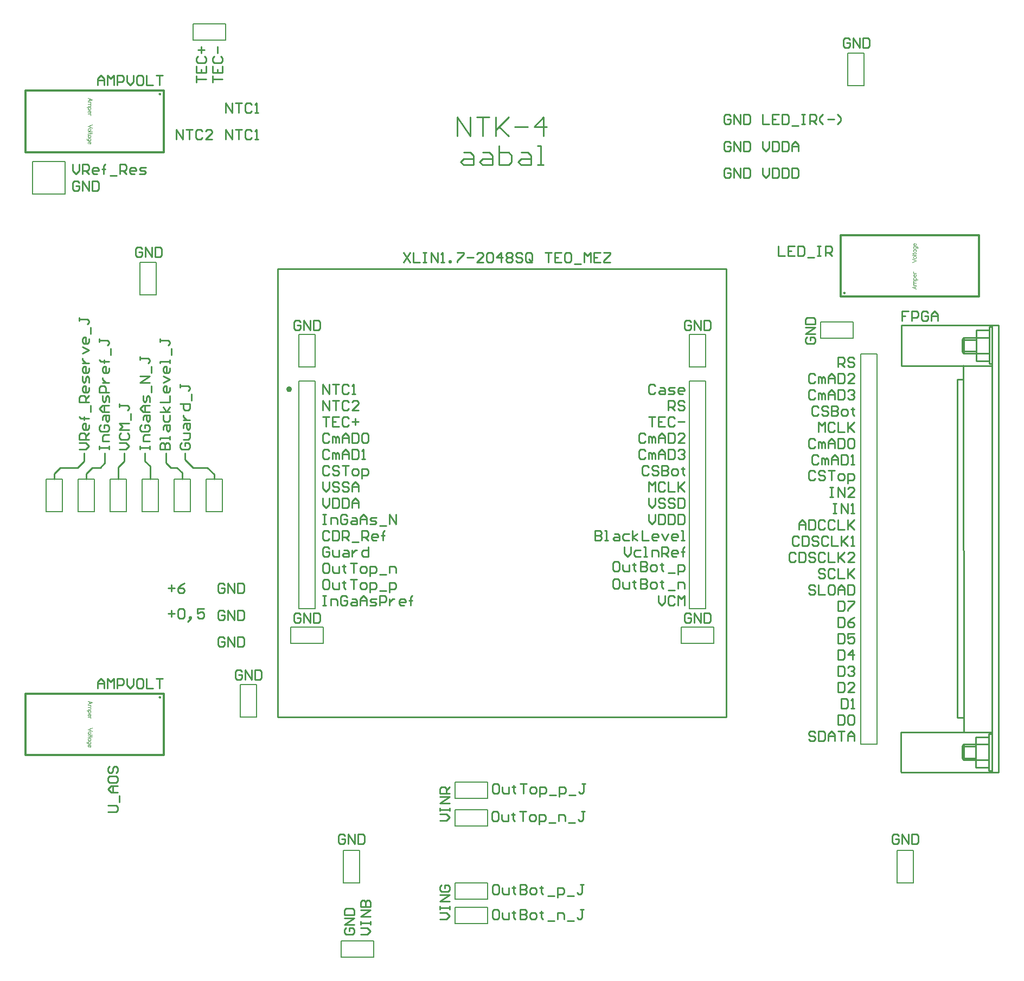
<source format=gto>
G04*
G04 #@! TF.GenerationSoftware,Altium Limited,Altium Designer,18.0.9 (584)*
G04*
G04 Layer_Color=65535*
%FSLAX43Y43*%
%MOMM*%
G71*
G01*
G75*
%ADD10C,0.254*%
%ADD11C,0.500*%
%ADD12C,0.300*%
%ADD13C,0.200*%
%ADD14C,0.250*%
%ADD15C,0.100*%
D10*
X21670Y43108D02*
G03*
X21670Y43108I-92J0D01*
G01*
X21670Y137319D02*
G03*
X21670Y137319I-92J0D01*
G01*
X128513Y106277D02*
G03*
X128513Y106277I-92J0D01*
G01*
X22500Y79750D02*
X23250Y79000D01*
X24250D01*
X25051Y78199D01*
Y77692D02*
Y78199D01*
X19250Y80000D02*
Y81250D01*
Y80000D02*
X20051Y79199D01*
Y77220D02*
Y79199D01*
X16000Y79983D02*
Y81250D01*
X15051Y79033D02*
X16000Y79983D01*
X15051Y77220D02*
Y79033D01*
X8750Y79000D02*
X9750Y80000D01*
X6000Y79000D02*
X8750D01*
X5051Y78051D02*
X6000Y79000D01*
X5051Y77220D02*
Y78051D01*
X12250Y79000D02*
X13000Y79750D01*
X11000Y79000D02*
X12250D01*
X10051Y78051D02*
X11000Y79000D01*
X10051Y77220D02*
Y78051D01*
X29000Y79000D02*
X30051Y77949D01*
X26750Y79000D02*
X29000D01*
X25500Y80250D02*
X26750Y79000D01*
X25500Y80250D02*
Y81250D01*
X22500Y79750D02*
Y81250D01*
X9750Y80000D02*
Y81250D01*
X30051Y77220D02*
Y77949D01*
X25051Y77220D02*
Y77692D01*
X13000Y79750D02*
Y81250D01*
X40000Y40000D02*
Y110000D01*
X110000D01*
Y40000D02*
Y110000D01*
X40000Y40000D02*
X110000D01*
X68002Y130748D02*
Y133747D01*
X70002Y130748D01*
Y133747D01*
X71001D02*
X73001D01*
X72001D01*
Y130748D01*
X74000Y133747D02*
Y130748D01*
Y131748D01*
X76000Y133747D01*
X74500Y132248D01*
X76000Y130748D01*
X76999Y132248D02*
X78999D01*
X81498Y130748D02*
Y133747D01*
X79998Y132248D01*
X81998D01*
X69002Y128248D02*
X70002D01*
X70501Y127748D01*
Y126248D01*
X69002D01*
X68502Y126748D01*
X69002Y127248D01*
X70501D01*
X72001Y128248D02*
X73001D01*
X73500Y127748D01*
Y126248D01*
X72001D01*
X71501Y126748D01*
X72001Y127248D01*
X73500D01*
X74500Y129247D02*
Y126248D01*
X76000D01*
X76500Y126748D01*
Y127248D01*
Y127748D01*
X76000Y128248D01*
X74500D01*
X77999D02*
X78999D01*
X79499Y127748D01*
Y126248D01*
X77999D01*
X77499Y126748D01*
X77999Y127248D01*
X79499D01*
X80498Y126248D02*
X81498D01*
X80998D01*
Y129247D01*
X80498D01*
X65276Y23800D02*
X66292D01*
X66800Y24308D01*
X66292Y24816D01*
X65276D01*
Y25324D02*
Y25831D01*
Y25577D01*
X66800D01*
Y25324D01*
Y25831D01*
Y26593D02*
X65276D01*
X66800Y27609D01*
X65276D01*
X66800Y28117D02*
X65276D01*
Y28878D01*
X65530Y29132D01*
X66038D01*
X66292Y28878D01*
Y28117D01*
Y28624D02*
X66800Y29132D01*
X65276Y8400D02*
X66292D01*
X66800Y8908D01*
X66292Y9416D01*
X65276D01*
Y9924D02*
Y10431D01*
Y10177D01*
X66800D01*
Y9924D01*
Y10431D01*
Y11193D02*
X65276D01*
X66800Y12209D01*
X65276D01*
X65530Y13732D02*
X65276Y13478D01*
Y12971D01*
X65530Y12717D01*
X66546D01*
X66800Y12971D01*
Y13478D01*
X66546Y13732D01*
X66038D01*
Y13224D01*
X31837Y134449D02*
Y135973D01*
X32853Y134449D01*
Y135973D01*
X33361D02*
X34376D01*
X33868D01*
Y134449D01*
X35900Y135719D02*
X35646Y135973D01*
X35138D01*
X34884Y135719D01*
Y134703D01*
X35138Y134449D01*
X35646D01*
X35900Y134703D01*
X36408Y134449D02*
X36915D01*
X36661D01*
Y135973D01*
X36408Y135719D01*
X31837Y130249D02*
Y131773D01*
X32853Y130249D01*
Y131773D01*
X33361D02*
X34376D01*
X33868D01*
Y130249D01*
X35900Y131519D02*
X35646Y131773D01*
X35138D01*
X34884Y131519D01*
Y130503D01*
X35138Y130249D01*
X35646D01*
X35900Y130503D01*
X36408Y130249D02*
X36915D01*
X36661D01*
Y131773D01*
X36408Y131519D01*
X11870Y44521D02*
Y45537D01*
X12378Y46045D01*
X12886Y45537D01*
Y44521D01*
Y45283D01*
X11870D01*
X13394Y44521D02*
Y46045D01*
X13902Y45537D01*
X14410Y46045D01*
Y44521D01*
X14917D02*
Y46045D01*
X15679D01*
X15933Y45791D01*
Y45283D01*
X15679Y45029D01*
X14917D01*
X16441Y46045D02*
Y45029D01*
X16949Y44521D01*
X17457Y45029D01*
Y46045D01*
X18726D02*
X18218D01*
X17964Y45791D01*
Y44775D01*
X18218Y44521D01*
X18726D01*
X18980Y44775D01*
Y45791D01*
X18726Y46045D01*
X19488D02*
Y44521D01*
X20504D01*
X21011Y46045D02*
X22027D01*
X21519D01*
Y44521D01*
X11870Y138730D02*
Y139745D01*
X12378Y140253D01*
X12886Y139745D01*
Y138730D01*
Y139492D01*
X11870D01*
X13394Y138730D02*
Y140253D01*
X13902Y139745D01*
X14410Y140253D01*
Y138730D01*
X14917D02*
Y140253D01*
X15679D01*
X15933Y139999D01*
Y139492D01*
X15679Y139238D01*
X14917D01*
X16441Y140253D02*
Y139238D01*
X16949Y138730D01*
X17457Y139238D01*
Y140253D01*
X18726D02*
X18218D01*
X17964Y139999D01*
Y138984D01*
X18218Y138730D01*
X18726D01*
X18980Y138984D01*
Y139999D01*
X18726Y140253D01*
X19488D02*
Y138730D01*
X20504D01*
X21011Y140253D02*
X22027D01*
X21519D01*
Y138730D01*
X18794Y113124D02*
X18540Y113378D01*
X18032D01*
X17778Y113124D01*
Y112109D01*
X18032Y111855D01*
X18540D01*
X18794Y112109D01*
Y112617D01*
X18286D01*
X19302Y111855D02*
Y113378D01*
X20317Y111855D01*
Y113378D01*
X20825D02*
Y111855D01*
X21587D01*
X21841Y112109D01*
Y113124D01*
X21587Y113378D01*
X20825D01*
X13438Y25200D02*
X14707D01*
X14961Y25454D01*
Y25962D01*
X14707Y26216D01*
X13438D01*
X15215Y26723D02*
Y27739D01*
X14961Y28247D02*
X13946D01*
X13438Y28755D01*
X13946Y29263D01*
X14961D01*
X14200D01*
Y28247D01*
X13438Y30532D02*
Y30024D01*
X13692Y29771D01*
X14707D01*
X14961Y30024D01*
Y30532D01*
X14707Y30786D01*
X13692D01*
X13438Y30532D01*
X13692Y32310D02*
X13438Y32056D01*
Y31548D01*
X13692Y31294D01*
X13946D01*
X14200Y31548D01*
Y32056D01*
X14454Y32310D01*
X14707D01*
X14961Y32056D01*
Y31548D01*
X14707Y31294D01*
X74289Y29564D02*
X73781D01*
X73527Y29310D01*
Y28294D01*
X73781Y28040D01*
X74289D01*
X74543Y28294D01*
Y29310D01*
X74289Y29564D01*
X75051Y29056D02*
Y28294D01*
X75305Y28040D01*
X76066D01*
Y29056D01*
X76828Y29310D02*
Y29056D01*
X76574D01*
X77082D01*
X76828D01*
Y28294D01*
X77082Y28040D01*
X77844Y29564D02*
X78859D01*
X78352D01*
Y28040D01*
X79621D02*
X80129D01*
X80383Y28294D01*
Y28802D01*
X80129Y29056D01*
X79621D01*
X79367Y28802D01*
Y28294D01*
X79621Y28040D01*
X80891Y27532D02*
Y29056D01*
X81653D01*
X81906Y28802D01*
Y28294D01*
X81653Y28040D01*
X80891D01*
X82414Y27786D02*
X83430D01*
X83938Y27532D02*
Y29056D01*
X84700D01*
X84953Y28802D01*
Y28294D01*
X84700Y28040D01*
X83938D01*
X85461Y27786D02*
X86477D01*
X88001Y29564D02*
X87493D01*
X87747D01*
Y28294D01*
X87493Y28040D01*
X87239D01*
X86985Y28294D01*
X74289Y9932D02*
X73781D01*
X73527Y9678D01*
Y8662D01*
X73781Y8408D01*
X74289D01*
X74543Y8662D01*
Y9678D01*
X74289Y9932D01*
X75051Y9424D02*
Y8662D01*
X75305Y8408D01*
X76066D01*
Y9424D01*
X76828Y9678D02*
Y9424D01*
X76574D01*
X77082D01*
X76828D01*
Y8662D01*
X77082Y8408D01*
X77844Y9932D02*
Y8408D01*
X78606D01*
X78859Y8662D01*
Y8916D01*
X78606Y9170D01*
X77844D01*
X78606D01*
X78859Y9424D01*
Y9678D01*
X78606Y9932D01*
X77844D01*
X79621Y8408D02*
X80129D01*
X80383Y8662D01*
Y9170D01*
X80129Y9424D01*
X79621D01*
X79367Y9170D01*
Y8662D01*
X79621Y8408D01*
X81145Y9678D02*
Y9424D01*
X80891D01*
X81399D01*
X81145D01*
Y8662D01*
X81399Y8408D01*
X82160Y8154D02*
X83176D01*
X83684Y8408D02*
Y9424D01*
X84446D01*
X84700Y9170D01*
Y8408D01*
X85207Y8154D02*
X86223D01*
X87747Y9932D02*
X87239D01*
X87493D01*
Y8662D01*
X87239Y8408D01*
X86985D01*
X86731Y8662D01*
X74289Y13816D02*
X73781D01*
X73527Y13562D01*
Y12546D01*
X73781Y12292D01*
X74289D01*
X74543Y12546D01*
Y13562D01*
X74289Y13816D01*
X75051Y13308D02*
Y12546D01*
X75305Y12292D01*
X76066D01*
Y13308D01*
X76828Y13562D02*
Y13308D01*
X76574D01*
X77082D01*
X76828D01*
Y12546D01*
X77082Y12292D01*
X77844Y13816D02*
Y12292D01*
X78606D01*
X78859Y12546D01*
Y12800D01*
X78606Y13054D01*
X77844D01*
X78606D01*
X78859Y13308D01*
Y13562D01*
X78606Y13816D01*
X77844D01*
X79621Y12292D02*
X80129D01*
X80383Y12546D01*
Y13054D01*
X80129Y13308D01*
X79621D01*
X79367Y13054D01*
Y12546D01*
X79621Y12292D01*
X81145Y13562D02*
Y13308D01*
X80891D01*
X81399D01*
X81145D01*
Y12546D01*
X81399Y12292D01*
X82160Y12038D02*
X83176D01*
X83684Y11784D02*
Y13308D01*
X84446D01*
X84700Y13054D01*
Y12546D01*
X84446Y12292D01*
X83684D01*
X85207Y12038D02*
X86223D01*
X87747Y13816D02*
X87239D01*
X87493D01*
Y12546D01*
X87239Y12292D01*
X86985D01*
X86731Y12546D01*
X123863Y37588D02*
X123609Y37842D01*
X123101D01*
X122847Y37588D01*
Y37334D01*
X123101Y37080D01*
X123609D01*
X123863Y36826D01*
Y36573D01*
X123609Y36319D01*
X123101D01*
X122847Y36573D01*
X124371Y37842D02*
Y36319D01*
X125133D01*
X125386Y36573D01*
Y37588D01*
X125133Y37842D01*
X124371D01*
X125894Y36319D02*
Y37334D01*
X126402Y37842D01*
X126910Y37334D01*
Y36319D01*
Y37080D01*
X125894D01*
X127418Y37842D02*
X128433D01*
X127926D01*
Y36319D01*
X128941D02*
Y37334D01*
X129449Y37842D01*
X129957Y37334D01*
Y36319D01*
Y37080D01*
X128941D01*
X127418Y40382D02*
Y38859D01*
X128180D01*
X128433Y39113D01*
Y40128D01*
X128180Y40382D01*
X127418D01*
X128941Y40128D02*
X129195Y40382D01*
X129703D01*
X129957Y40128D01*
Y39113D01*
X129703Y38859D01*
X129195D01*
X128941Y39113D01*
Y40128D01*
X127926Y42922D02*
Y41399D01*
X128687D01*
X128941Y41653D01*
Y42668D01*
X128687Y42922D01*
X127926D01*
X129449Y41399D02*
X129957D01*
X129703D01*
Y42922D01*
X129449Y42668D01*
X127418Y45462D02*
Y43939D01*
X128180D01*
X128433Y44193D01*
Y45208D01*
X128180Y45462D01*
X127418D01*
X129957Y43939D02*
X128941D01*
X129957Y44954D01*
Y45208D01*
X129703Y45462D01*
X129195D01*
X128941Y45208D01*
X127418Y48002D02*
Y46479D01*
X128180D01*
X128433Y46733D01*
Y47748D01*
X128180Y48002D01*
X127418D01*
X128941Y47748D02*
X129195Y48002D01*
X129703D01*
X129957Y47748D01*
Y47494D01*
X129703Y47240D01*
X129449D01*
X129703D01*
X129957Y46986D01*
Y46733D01*
X129703Y46479D01*
X129195D01*
X128941Y46733D01*
X127418Y50542D02*
Y49019D01*
X128180D01*
X128433Y49273D01*
Y50288D01*
X128180Y50542D01*
X127418D01*
X129703Y49019D02*
Y50542D01*
X128941Y49780D01*
X129957D01*
X127418Y53082D02*
Y51559D01*
X128180D01*
X128433Y51813D01*
Y52828D01*
X128180Y53082D01*
X127418D01*
X129957D02*
X128941D01*
Y52320D01*
X129449Y52574D01*
X129703D01*
X129957Y52320D01*
Y51813D01*
X129703Y51559D01*
X129195D01*
X128941Y51813D01*
X127418Y55622D02*
Y54099D01*
X128180D01*
X128433Y54353D01*
Y55368D01*
X128180Y55622D01*
X127418D01*
X129957D02*
X129449Y55368D01*
X128941Y54860D01*
Y54353D01*
X129195Y54099D01*
X129703D01*
X129957Y54353D01*
Y54606D01*
X129703Y54860D01*
X128941D01*
X127418Y58162D02*
Y56639D01*
X128180D01*
X128433Y56893D01*
Y57908D01*
X128180Y58162D01*
X127418D01*
X128941D02*
X129957D01*
Y57908D01*
X128941Y56893D01*
Y56639D01*
X123863Y60448D02*
X123609Y60702D01*
X123101D01*
X122847Y60448D01*
Y60194D01*
X123101Y59940D01*
X123609D01*
X123863Y59686D01*
Y59433D01*
X123609Y59179D01*
X123101D01*
X122847Y59433D01*
X124371Y60702D02*
Y59179D01*
X125386D01*
X126656Y60702D02*
X126148D01*
X125894Y60448D01*
Y59433D01*
X126148Y59179D01*
X126656D01*
X126910Y59433D01*
Y60448D01*
X126656Y60702D01*
X127418Y59179D02*
Y60194D01*
X127926Y60702D01*
X128433Y60194D01*
Y59179D01*
Y59940D01*
X127418D01*
X128941Y60702D02*
Y59179D01*
X129703D01*
X129957Y59433D01*
Y60448D01*
X129703Y60702D01*
X128941D01*
X125386Y62988D02*
X125133Y63242D01*
X124625D01*
X124371Y62988D01*
Y62734D01*
X124625Y62480D01*
X125133D01*
X125386Y62226D01*
Y61973D01*
X125133Y61719D01*
X124625D01*
X124371Y61973D01*
X126910Y62988D02*
X126656Y63242D01*
X126148D01*
X125894Y62988D01*
Y61973D01*
X126148Y61719D01*
X126656D01*
X126910Y61973D01*
X127418Y63242D02*
Y61719D01*
X128433D01*
X128941Y63242D02*
Y61719D01*
Y62226D01*
X129957Y63242D01*
X129195Y62480D01*
X129957Y61719D01*
X120816Y65528D02*
X120562Y65782D01*
X120054D01*
X119800Y65528D01*
Y64513D01*
X120054Y64259D01*
X120562D01*
X120816Y64513D01*
X121324Y65782D02*
Y64259D01*
X122086D01*
X122339Y64513D01*
Y65528D01*
X122086Y65782D01*
X121324D01*
X123863Y65528D02*
X123609Y65782D01*
X123101D01*
X122847Y65528D01*
Y65274D01*
X123101Y65020D01*
X123609D01*
X123863Y64766D01*
Y64513D01*
X123609Y64259D01*
X123101D01*
X122847Y64513D01*
X125386Y65528D02*
X125133Y65782D01*
X124625D01*
X124371Y65528D01*
Y64513D01*
X124625Y64259D01*
X125133D01*
X125386Y64513D01*
X125894Y65782D02*
Y64259D01*
X126910D01*
X127418Y65782D02*
Y64259D01*
Y64766D01*
X128433Y65782D01*
X127672Y65020D01*
X128433Y64259D01*
X129957D02*
X128941D01*
X129957Y65274D01*
Y65528D01*
X129703Y65782D01*
X129195D01*
X128941Y65528D01*
X121324Y68068D02*
X121070Y68322D01*
X120562D01*
X120308Y68068D01*
Y67053D01*
X120562Y66799D01*
X121070D01*
X121324Y67053D01*
X121832Y68322D02*
Y66799D01*
X122593D01*
X122847Y67053D01*
Y68068D01*
X122593Y68322D01*
X121832D01*
X124371Y68068D02*
X124117Y68322D01*
X123609D01*
X123355Y68068D01*
Y67814D01*
X123609Y67560D01*
X124117D01*
X124371Y67306D01*
Y67053D01*
X124117Y66799D01*
X123609D01*
X123355Y67053D01*
X125894Y68068D02*
X125640Y68322D01*
X125133D01*
X124879Y68068D01*
Y67053D01*
X125133Y66799D01*
X125640D01*
X125894Y67053D01*
X126402Y68322D02*
Y66799D01*
X127418D01*
X127926Y68322D02*
Y66799D01*
Y67306D01*
X128941Y68322D01*
X128180Y67560D01*
X128941Y66799D01*
X129449D02*
X129957D01*
X129703D01*
Y68322D01*
X129449Y68068D01*
X121324Y69339D02*
Y70354D01*
X121832Y70862D01*
X122339Y70354D01*
Y69339D01*
Y70100D01*
X121324D01*
X122847Y70862D02*
Y69339D01*
X123609D01*
X123863Y69593D01*
Y70608D01*
X123609Y70862D01*
X122847D01*
X125386Y70608D02*
X125133Y70862D01*
X124625D01*
X124371Y70608D01*
Y69593D01*
X124625Y69339D01*
X125133D01*
X125386Y69593D01*
X126910Y70608D02*
X126656Y70862D01*
X126148D01*
X125894Y70608D01*
Y69593D01*
X126148Y69339D01*
X126656D01*
X126910Y69593D01*
X127418Y70862D02*
Y69339D01*
X128433D01*
X128941Y70862D02*
Y69339D01*
Y69846D01*
X129957Y70862D01*
X129195Y70100D01*
X129957Y69339D01*
X126148Y75942D02*
X126656D01*
X126402D01*
Y74419D01*
X126148D01*
X126656D01*
X127418D02*
Y75942D01*
X128433Y74419D01*
Y75942D01*
X129957Y74419D02*
X128941D01*
X129957Y75434D01*
Y75688D01*
X129703Y75942D01*
X129195D01*
X128941Y75688D01*
X126656Y73402D02*
X127164D01*
X126910D01*
Y71879D01*
X126656D01*
X127164D01*
X127926D02*
Y73402D01*
X128941Y71879D01*
Y73402D01*
X129449Y71879D02*
X129957D01*
X129703D01*
Y73402D01*
X129449Y73148D01*
X123863Y78282D02*
X123609Y78536D01*
X123101D01*
X122847Y78282D01*
Y77266D01*
X123101Y77013D01*
X123609D01*
X123863Y77266D01*
X125386Y78282D02*
X125133Y78536D01*
X124625D01*
X124371Y78282D01*
Y78028D01*
X124625Y77774D01*
X125133D01*
X125386Y77520D01*
Y77266D01*
X125133Y77013D01*
X124625D01*
X124371Y77266D01*
X125894Y78536D02*
X126910D01*
X126402D01*
Y77013D01*
X127672D02*
X128180D01*
X128433Y77266D01*
Y77774D01*
X128180Y78028D01*
X127672D01*
X127418Y77774D01*
Y77266D01*
X127672Y77013D01*
X128941Y76505D02*
Y78028D01*
X129703D01*
X129957Y77774D01*
Y77266D01*
X129703Y77013D01*
X128941D01*
X124371Y80768D02*
X124117Y81022D01*
X123609D01*
X123355Y80768D01*
Y79753D01*
X123609Y79499D01*
X124117D01*
X124371Y79753D01*
X124879Y79499D02*
Y80514D01*
X125133D01*
X125386Y80260D01*
Y79499D01*
Y80260D01*
X125640Y80514D01*
X125894Y80260D01*
Y79499D01*
X126402D02*
Y80514D01*
X126910Y81022D01*
X127418Y80514D01*
Y79499D01*
Y80260D01*
X126402D01*
X127926Y81022D02*
Y79499D01*
X128687D01*
X128941Y79753D01*
Y80768D01*
X128687Y81022D01*
X127926D01*
X129449Y79499D02*
X129957D01*
X129703D01*
Y81022D01*
X129449Y80768D01*
X123863Y83308D02*
X123609Y83562D01*
X123101D01*
X122847Y83308D01*
Y82293D01*
X123101Y82039D01*
X123609D01*
X123863Y82293D01*
X124371Y82039D02*
Y83054D01*
X124625D01*
X124879Y82800D01*
Y82039D01*
Y82800D01*
X125133Y83054D01*
X125386Y82800D01*
Y82039D01*
X125894D02*
Y83054D01*
X126402Y83562D01*
X126910Y83054D01*
Y82039D01*
Y82800D01*
X125894D01*
X127418Y83562D02*
Y82039D01*
X128180D01*
X128433Y82293D01*
Y83308D01*
X128180Y83562D01*
X127418D01*
X128941Y83308D02*
X129195Y83562D01*
X129703D01*
X129957Y83308D01*
Y82293D01*
X129703Y82039D01*
X129195D01*
X128941Y82293D01*
Y83308D01*
X124371Y84579D02*
Y86102D01*
X124879Y85594D01*
X125386Y86102D01*
Y84579D01*
X126910Y85848D02*
X126656Y86102D01*
X126148D01*
X125894Y85848D01*
Y84833D01*
X126148Y84579D01*
X126656D01*
X126910Y84833D01*
X127418Y86102D02*
Y84579D01*
X128433D01*
X128941Y86102D02*
Y84579D01*
Y85086D01*
X129957Y86102D01*
X129195Y85340D01*
X129957Y84579D01*
X124371Y88388D02*
X124117Y88642D01*
X123609D01*
X123355Y88388D01*
Y87373D01*
X123609Y87119D01*
X124117D01*
X124371Y87373D01*
X125894Y88388D02*
X125640Y88642D01*
X125133D01*
X124879Y88388D01*
Y88134D01*
X125133Y87880D01*
X125640D01*
X125894Y87626D01*
Y87373D01*
X125640Y87119D01*
X125133D01*
X124879Y87373D01*
X126402Y88642D02*
Y87119D01*
X127164D01*
X127418Y87373D01*
Y87626D01*
X127164Y87880D01*
X126402D01*
X127164D01*
X127418Y88134D01*
Y88388D01*
X127164Y88642D01*
X126402D01*
X128180Y87119D02*
X128687D01*
X128941Y87373D01*
Y87880D01*
X128687Y88134D01*
X128180D01*
X127926Y87880D01*
Y87373D01*
X128180Y87119D01*
X129703Y88388D02*
Y88134D01*
X129449D01*
X129957D01*
X129703D01*
Y87373D01*
X129957Y87119D01*
X123863Y90928D02*
X123609Y91182D01*
X123101D01*
X122847Y90928D01*
Y89913D01*
X123101Y89659D01*
X123609D01*
X123863Y89913D01*
X124371Y89659D02*
Y90674D01*
X124625D01*
X124879Y90420D01*
Y89659D01*
Y90420D01*
X125133Y90674D01*
X125386Y90420D01*
Y89659D01*
X125894D02*
Y90674D01*
X126402Y91182D01*
X126910Y90674D01*
Y89659D01*
Y90420D01*
X125894D01*
X127418Y91182D02*
Y89659D01*
X128180D01*
X128433Y89913D01*
Y90928D01*
X128180Y91182D01*
X127418D01*
X128941Y90928D02*
X129195Y91182D01*
X129703D01*
X129957Y90928D01*
Y90674D01*
X129703Y90420D01*
X129449D01*
X129703D01*
X129957Y90166D01*
Y89913D01*
X129703Y89659D01*
X129195D01*
X128941Y89913D01*
X123863Y93468D02*
X123609Y93722D01*
X123101D01*
X122847Y93468D01*
Y92453D01*
X123101Y92199D01*
X123609D01*
X123863Y92453D01*
X124371Y92199D02*
Y93214D01*
X124625D01*
X124879Y92960D01*
Y92199D01*
Y92960D01*
X125133Y93214D01*
X125386Y92960D01*
Y92199D01*
X125894D02*
Y93214D01*
X126402Y93722D01*
X126910Y93214D01*
Y92199D01*
Y92960D01*
X125894D01*
X127418Y93722D02*
Y92199D01*
X128180D01*
X128433Y92453D01*
Y93468D01*
X128180Y93722D01*
X127418D01*
X129957Y92199D02*
X128941D01*
X129957Y93214D01*
Y93468D01*
X129703Y93722D01*
X129195D01*
X128941Y93468D01*
X127418Y94739D02*
Y96262D01*
X128180D01*
X128433Y96008D01*
Y95500D01*
X128180Y95246D01*
X127418D01*
X127926D02*
X128433Y94739D01*
X129957Y96008D02*
X129703Y96262D01*
X129195D01*
X128941Y96008D01*
Y95754D01*
X129195Y95500D01*
X129703D01*
X129957Y95246D01*
Y94993D01*
X129703Y94739D01*
X129195D01*
X128941Y94993D01*
X138433Y103424D02*
X137418D01*
Y102662D01*
X137926D01*
X137418D01*
Y101900D01*
X138941D02*
Y103424D01*
X139703D01*
X139957Y103170D01*
Y102662D01*
X139703Y102408D01*
X138941D01*
X141480Y103170D02*
X141227Y103424D01*
X140719D01*
X140465Y103170D01*
Y102154D01*
X140719Y101900D01*
X141227D01*
X141480Y102154D01*
Y102662D01*
X140973D01*
X141988Y101900D02*
Y102916D01*
X142496Y103424D01*
X143004Y102916D01*
Y101900D01*
Y102662D01*
X141988D01*
X31663Y52258D02*
X31409Y52512D01*
X30901D01*
X30648Y52258D01*
Y51242D01*
X30901Y50988D01*
X31409D01*
X31663Y51242D01*
Y51750D01*
X31155D01*
X32171Y50988D02*
Y52512D01*
X33187Y50988D01*
Y52512D01*
X33695D02*
Y50988D01*
X34456D01*
X34710Y51242D01*
Y52258D01*
X34456Y52512D01*
X33695D01*
X22892Y60185D02*
X23908D01*
X23400Y60693D02*
Y59677D01*
X25431Y60947D02*
X24923Y60693D01*
X24415Y60185D01*
Y59677D01*
X24669Y59423D01*
X25177D01*
X25431Y59677D01*
Y59931D01*
X25177Y60185D01*
X24415D01*
X22892Y56221D02*
X23908D01*
X23400Y56729D02*
Y55714D01*
X24415Y56729D02*
X24669Y56983D01*
X25177D01*
X25431Y56729D01*
Y55714D01*
X25177Y55460D01*
X24669D01*
X24415Y55714D01*
Y56729D01*
X26193Y55206D02*
X26447Y55460D01*
Y55714D01*
X26193D01*
Y55460D01*
X26447D01*
X26193Y55206D01*
X25939Y54952D01*
X28478Y56983D02*
X27462D01*
Y56221D01*
X27970Y56475D01*
X28224D01*
X28478Y56221D01*
Y55714D01*
X28224Y55460D01*
X27716D01*
X27462Y55714D01*
X31663Y60693D02*
X31409Y60947D01*
X30901D01*
X30648Y60693D01*
Y59677D01*
X30901Y59423D01*
X31409D01*
X31663Y59677D01*
Y60185D01*
X31155D01*
X32171Y59423D02*
Y60947D01*
X33187Y59423D01*
Y60947D01*
X33695D02*
Y59423D01*
X34456D01*
X34710Y59677D01*
Y60693D01*
X34456Y60947D01*
X33695D01*
X31663Y56475D02*
X31409Y56729D01*
X30901D01*
X30648Y56475D01*
Y55460D01*
X30901Y55206D01*
X31409D01*
X31663Y55460D01*
Y55968D01*
X31155D01*
X32171Y55206D02*
Y56729D01*
X33187Y55206D01*
Y56729D01*
X33695D02*
Y55206D01*
X34456D01*
X34710Y55460D01*
Y56475D01*
X34456Y56729D01*
X33695D01*
X110663Y125490D02*
X110409Y125744D01*
X109901D01*
X109648Y125490D01*
Y124475D01*
X109901Y124221D01*
X110409D01*
X110663Y124475D01*
Y124982D01*
X110155D01*
X111171Y124221D02*
Y125744D01*
X112187Y124221D01*
Y125744D01*
X112695D02*
Y124221D01*
X113456D01*
X113710Y124475D01*
Y125490D01*
X113456Y125744D01*
X112695D01*
X110663Y129708D02*
X110409Y129962D01*
X109901D01*
X109648Y129708D01*
Y128692D01*
X109901Y128438D01*
X110409D01*
X110663Y128692D01*
Y129200D01*
X110155D01*
X111171Y128438D02*
Y129962D01*
X112187Y128438D01*
Y129962D01*
X112695D02*
Y128438D01*
X113456D01*
X113710Y128692D01*
Y129708D01*
X113456Y129962D01*
X112695D01*
X110663Y133925D02*
X110409Y134179D01*
X109901D01*
X109648Y133925D01*
Y132910D01*
X109901Y132656D01*
X110409D01*
X110663Y132910D01*
Y133417D01*
X110155D01*
X111171Y132656D02*
Y134179D01*
X112187Y132656D01*
Y134179D01*
X112695D02*
Y132656D01*
X113456D01*
X113710Y132910D01*
Y133925D01*
X113456Y134179D01*
X112695D01*
X115642Y125744D02*
Y124729D01*
X116150Y124221D01*
X116658Y124729D01*
Y125744D01*
X117165D02*
Y124221D01*
X117927D01*
X118181Y124475D01*
Y125490D01*
X117927Y125744D01*
X117165D01*
X118689D02*
Y124221D01*
X119451D01*
X119705Y124475D01*
Y125490D01*
X119451Y125744D01*
X118689D01*
X120212D02*
Y124221D01*
X120974D01*
X121228Y124475D01*
Y125490D01*
X120974Y125744D01*
X120212D01*
X115642Y129962D02*
Y128946D01*
X116150Y128438D01*
X116658Y128946D01*
Y129962D01*
X117165D02*
Y128438D01*
X117927D01*
X118181Y128692D01*
Y129708D01*
X117927Y129962D01*
X117165D01*
X118689D02*
Y128438D01*
X119451D01*
X119705Y128692D01*
Y129708D01*
X119451Y129962D01*
X118689D01*
X120212Y128438D02*
Y129454D01*
X120720Y129962D01*
X121228Y129454D01*
Y128438D01*
Y129200D01*
X120212D01*
X115642Y134179D02*
Y132656D01*
X116658D01*
X118181Y134179D02*
X117165D01*
Y132656D01*
X118181D01*
X117165Y133417D02*
X117673D01*
X118689Y134179D02*
Y132656D01*
X119451D01*
X119705Y132910D01*
Y133925D01*
X119451Y134179D01*
X118689D01*
X120212Y132402D02*
X121228D01*
X121736Y134179D02*
X122244D01*
X121990D01*
Y132656D01*
X121736D01*
X122244D01*
X123006D02*
Y134179D01*
X123767D01*
X124021Y133925D01*
Y133417D01*
X123767Y133164D01*
X123006D01*
X123513D02*
X124021Y132656D01*
X125037D02*
X124529Y133164D01*
Y133671D01*
X125037Y134179D01*
X125799Y133417D02*
X126814D01*
X127322Y132656D02*
X127830Y133164D01*
Y133671D01*
X127322Y134179D01*
X8953Y123468D02*
X8699Y123722D01*
X8191D01*
X7937Y123468D01*
Y122453D01*
X8191Y122199D01*
X8699D01*
X8953Y122453D01*
Y122960D01*
X8445D01*
X9460Y122199D02*
Y123722D01*
X10476Y122199D01*
Y123722D01*
X10984D02*
Y122199D01*
X11746D01*
X12000Y122453D01*
Y123468D01*
X11746Y123722D01*
X10984D01*
X7937Y126389D02*
Y125373D01*
X8445Y124866D01*
X8953Y125373D01*
Y126389D01*
X9460Y124866D02*
Y126389D01*
X10222D01*
X10476Y126135D01*
Y125627D01*
X10222Y125373D01*
X9460D01*
X9968D02*
X10476Y124866D01*
X11746D02*
X11238D01*
X10984Y125119D01*
Y125627D01*
X11238Y125881D01*
X11746D01*
X12000Y125627D01*
Y125373D01*
X10984D01*
X12761Y124866D02*
Y126135D01*
Y125627D01*
X12508D01*
X13015D01*
X12761D01*
Y126135D01*
X13015Y126389D01*
X13777Y124612D02*
X14793D01*
X15301Y124866D02*
Y126389D01*
X16062D01*
X16316Y126135D01*
Y125627D01*
X16062Y125373D01*
X15301D01*
X15808D02*
X16316Y124866D01*
X17586D02*
X17078D01*
X16824Y125119D01*
Y125627D01*
X17078Y125881D01*
X17586D01*
X17840Y125627D01*
Y125373D01*
X16824D01*
X18348Y124866D02*
X19109D01*
X19363Y125119D01*
X19109Y125373D01*
X18602D01*
X18348Y125627D01*
X18602Y125881D01*
X19363D01*
X29778Y139187D02*
Y140203D01*
Y139695D01*
X31302D01*
X29778Y141726D02*
Y140711D01*
X31302D01*
Y141726D01*
X30540Y140711D02*
Y141218D01*
X30032Y143250D02*
X29778Y142996D01*
Y142488D01*
X30032Y142234D01*
X31048D01*
X31302Y142488D01*
Y142996D01*
X31048Y143250D01*
X30540Y143758D02*
Y144773D01*
X27238Y139187D02*
Y140203D01*
Y139695D01*
X28762D01*
X27238Y141726D02*
Y140710D01*
X28762D01*
Y141726D01*
X28000Y140710D02*
Y141218D01*
X27492Y143250D02*
X27238Y142996D01*
Y142488D01*
X27492Y142234D01*
X28508D01*
X28762Y142488D01*
Y142996D01*
X28508Y143250D01*
X28000Y143758D02*
Y144773D01*
X27492Y144265D02*
X28508D01*
X50653Y7046D02*
X50399Y6792D01*
Y6284D01*
X50653Y6030D01*
X51668D01*
X51922Y6284D01*
Y6792D01*
X51668Y7046D01*
X51160D01*
Y6538D01*
X51922Y7554D02*
X50399D01*
X51922Y8570D01*
X50399D01*
Y9077D02*
X51922D01*
Y9839D01*
X51668Y10093D01*
X50653D01*
X50399Y9839D01*
Y9077D01*
X52939Y6030D02*
X53954D01*
X54462Y6538D01*
X53954Y7046D01*
X52939D01*
Y7554D02*
Y8062D01*
Y7808D01*
X54462D01*
Y7554D01*
Y8062D01*
Y8824D02*
X52939D01*
X54462Y9839D01*
X52939D01*
Y10347D02*
X54462D01*
Y11109D01*
X54208Y11363D01*
X53954D01*
X53700Y11109D01*
Y10347D01*
Y11109D01*
X53446Y11363D01*
X53193D01*
X52939Y11109D01*
Y10347D01*
X43504Y56020D02*
X43250Y56274D01*
X42743D01*
X42489Y56020D01*
Y55004D01*
X42743Y54750D01*
X43250D01*
X43504Y55004D01*
Y55512D01*
X42996D01*
X44012Y54750D02*
Y56274D01*
X45028Y54750D01*
Y56274D01*
X45536D02*
Y54750D01*
X46297D01*
X46551Y55004D01*
Y56020D01*
X46297Y56274D01*
X45536D01*
X104504Y56020D02*
X104250Y56274D01*
X103743D01*
X103489Y56020D01*
Y55004D01*
X103743Y54750D01*
X104250D01*
X104504Y55004D01*
Y55512D01*
X103996D01*
X105012Y54750D02*
Y56274D01*
X106028Y54750D01*
Y56274D01*
X106536D02*
Y54750D01*
X107297D01*
X107551Y55004D01*
Y56020D01*
X107297Y56274D01*
X106536D01*
X104504Y101770D02*
X104250Y102024D01*
X103743D01*
X103489Y101770D01*
Y100754D01*
X103743Y100500D01*
X104250D01*
X104504Y100754D01*
Y101262D01*
X103996D01*
X105012Y100500D02*
Y102024D01*
X106028Y100500D01*
Y102024D01*
X106536D02*
Y100500D01*
X107297D01*
X107551Y100754D01*
Y101770D01*
X107297Y102024D01*
X106536D01*
X43504Y101770D02*
X43250Y102024D01*
X42743D01*
X42489Y101770D01*
Y100754D01*
X42743Y100500D01*
X43250D01*
X43504Y100754D01*
Y101262D01*
X42996D01*
X44012Y100500D02*
Y102024D01*
X45028Y100500D01*
Y102024D01*
X45536D02*
Y100500D01*
X46297D01*
X46551Y100754D01*
Y101770D01*
X46297Y102024D01*
X45536D01*
X100926Y87923D02*
Y89447D01*
X101688D01*
X101942Y89193D01*
Y88685D01*
X101688Y88431D01*
X100926D01*
X101434D02*
X101942Y87923D01*
X103465Y89193D02*
X103212Y89447D01*
X102704D01*
X102450Y89193D01*
Y88939D01*
X102704Y88685D01*
X103212D01*
X103465Y88431D01*
Y88177D01*
X103212Y87923D01*
X102704D01*
X102450Y88177D01*
X98895Y91733D02*
X98641Y91987D01*
X98133D01*
X97879Y91733D01*
Y90717D01*
X98133Y90463D01*
X98641D01*
X98895Y90717D01*
X99657Y91479D02*
X100165D01*
X100418Y91225D01*
Y90463D01*
X99657D01*
X99403Y90717D01*
X99657Y90971D01*
X100418D01*
X100926Y90463D02*
X101688D01*
X101942Y90717D01*
X101688Y90971D01*
X101180D01*
X100926Y91225D01*
X101180Y91479D01*
X101942D01*
X103212Y90463D02*
X102704D01*
X102450Y90717D01*
Y91225D01*
X102704Y91479D01*
X103212D01*
X103465Y91225D01*
Y90971D01*
X102450D01*
X97879Y86907D02*
X98895D01*
X98387D01*
Y85383D01*
X100418Y86907D02*
X99403D01*
Y85383D01*
X100418D01*
X99403Y86145D02*
X99911D01*
X101942Y86653D02*
X101688Y86907D01*
X101180D01*
X100926Y86653D01*
Y85637D01*
X101180Y85383D01*
X101688D01*
X101942Y85637D01*
X102450Y86145D02*
X103465D01*
X97371Y84113D02*
X97118Y84367D01*
X96610D01*
X96356Y84113D01*
Y83097D01*
X96610Y82843D01*
X97118D01*
X97371Y83097D01*
X97879Y82843D02*
Y83859D01*
X98133D01*
X98387Y83605D01*
Y82843D01*
Y83605D01*
X98641Y83859D01*
X98895Y83605D01*
Y82843D01*
X99403D02*
Y83859D01*
X99911Y84367D01*
X100418Y83859D01*
Y82843D01*
Y83605D01*
X99403D01*
X100926Y84367D02*
Y82843D01*
X101688D01*
X101942Y83097D01*
Y84113D01*
X101688Y84367D01*
X100926D01*
X103465Y82843D02*
X102450D01*
X103465Y83859D01*
Y84113D01*
X103212Y84367D01*
X102704D01*
X102450Y84113D01*
X97371Y81573D02*
X97118Y81827D01*
X96610D01*
X96356Y81573D01*
Y80557D01*
X96610Y80303D01*
X97118D01*
X97371Y80557D01*
X97879Y80303D02*
Y81319D01*
X98133D01*
X98387Y81065D01*
Y80303D01*
Y81065D01*
X98641Y81319D01*
X98895Y81065D01*
Y80303D01*
X99403D02*
Y81319D01*
X99911Y81827D01*
X100418Y81319D01*
Y80303D01*
Y81065D01*
X99403D01*
X100926Y81827D02*
Y80303D01*
X101688D01*
X101942Y80557D01*
Y81573D01*
X101688Y81827D01*
X100926D01*
X102450Y81573D02*
X102704Y81827D01*
X103212D01*
X103465Y81573D01*
Y81319D01*
X103212Y81065D01*
X102958D01*
X103212D01*
X103465Y80811D01*
Y80557D01*
X103212Y80303D01*
X102704D01*
X102450Y80557D01*
X97879Y79033D02*
X97625Y79287D01*
X97118D01*
X96864Y79033D01*
Y78017D01*
X97118Y77763D01*
X97625D01*
X97879Y78017D01*
X99403Y79033D02*
X99149Y79287D01*
X98641D01*
X98387Y79033D01*
Y78779D01*
X98641Y78525D01*
X99149D01*
X99403Y78271D01*
Y78017D01*
X99149Y77763D01*
X98641D01*
X98387Y78017D01*
X99911Y79287D02*
Y77763D01*
X100672D01*
X100926Y78017D01*
Y78271D01*
X100672Y78525D01*
X99911D01*
X100672D01*
X100926Y78779D01*
Y79033D01*
X100672Y79287D01*
X99911D01*
X101688Y77763D02*
X102196D01*
X102450Y78017D01*
Y78525D01*
X102196Y78779D01*
X101688D01*
X101434Y78525D01*
Y78017D01*
X101688Y77763D01*
X103212Y79033D02*
Y78779D01*
X102958D01*
X103465D01*
X103212D01*
Y78017D01*
X103465Y77763D01*
X97879Y75223D02*
Y76747D01*
X98387Y76239D01*
X98895Y76747D01*
Y75223D01*
X100418Y76493D02*
X100165Y76747D01*
X99657D01*
X99403Y76493D01*
Y75477D01*
X99657Y75223D01*
X100165D01*
X100418Y75477D01*
X100926Y76747D02*
Y75223D01*
X101942D01*
X102450Y76747D02*
Y75223D01*
Y75731D01*
X103465Y76747D01*
X102704Y75985D01*
X103465Y75223D01*
X97879Y74207D02*
Y73191D01*
X98387Y72683D01*
X98895Y73191D01*
Y74207D01*
X100418Y73953D02*
X100165Y74207D01*
X99657D01*
X99403Y73953D01*
Y73699D01*
X99657Y73445D01*
X100165D01*
X100418Y73191D01*
Y72937D01*
X100165Y72683D01*
X99657D01*
X99403Y72937D01*
X101942Y73953D02*
X101688Y74207D01*
X101180D01*
X100926Y73953D01*
Y73699D01*
X101180Y73445D01*
X101688D01*
X101942Y73191D01*
Y72937D01*
X101688Y72683D01*
X101180D01*
X100926Y72937D01*
X102450Y74207D02*
Y72683D01*
X103212D01*
X103465Y72937D01*
Y73953D01*
X103212Y74207D01*
X102450D01*
X97879Y71667D02*
Y70651D01*
X98387Y70143D01*
X98895Y70651D01*
Y71667D01*
X99403D02*
Y70143D01*
X100165D01*
X100418Y70397D01*
Y71413D01*
X100165Y71667D01*
X99403D01*
X100926D02*
Y70143D01*
X101688D01*
X101942Y70397D01*
Y71413D01*
X101688Y71667D01*
X100926D01*
X102450D02*
Y70143D01*
X103212D01*
X103465Y70397D01*
Y71413D01*
X103212Y71667D01*
X102450D01*
X89500Y69127D02*
Y67603D01*
X90262D01*
X90516Y67857D01*
Y68111D01*
X90262Y68365D01*
X89500D01*
X90262D01*
X90516Y68619D01*
Y68873D01*
X90262Y69127D01*
X89500D01*
X91023Y67603D02*
X91531D01*
X91277D01*
Y69127D01*
X91023D01*
X92547Y68619D02*
X93055D01*
X93309Y68365D01*
Y67603D01*
X92547D01*
X92293Y67857D01*
X92547Y68111D01*
X93309D01*
X94832Y68619D02*
X94071D01*
X93817Y68365D01*
Y67857D01*
X94071Y67603D01*
X94832D01*
X95340D02*
Y69127D01*
Y68111D02*
X96102Y68619D01*
X95340Y68111D02*
X96102Y67603D01*
X96864Y69127D02*
Y67603D01*
X97879D01*
X99149D02*
X98641D01*
X98387Y67857D01*
Y68365D01*
X98641Y68619D01*
X99149D01*
X99403Y68365D01*
Y68111D01*
X98387D01*
X99911Y68619D02*
X100418Y67603D01*
X100926Y68619D01*
X102196Y67603D02*
X101688D01*
X101434Y67857D01*
Y68365D01*
X101688Y68619D01*
X102196D01*
X102450Y68365D01*
Y68111D01*
X101434D01*
X102958Y67603D02*
X103465D01*
X103212D01*
Y69127D01*
X102958D01*
X94071Y66587D02*
Y65571D01*
X94578Y65063D01*
X95086Y65571D01*
Y66587D01*
X96610Y66079D02*
X95848D01*
X95594Y65825D01*
Y65317D01*
X95848Y65063D01*
X96610D01*
X97118D02*
X97625D01*
X97371D01*
Y66587D01*
X97118D01*
X98387Y65063D02*
Y66079D01*
X99149D01*
X99403Y65825D01*
Y65063D01*
X99911D02*
Y66587D01*
X100672D01*
X100926Y66333D01*
Y65825D01*
X100672Y65571D01*
X99911D01*
X100418D02*
X100926Y65063D01*
X102196D02*
X101688D01*
X101434Y65317D01*
Y65825D01*
X101688Y66079D01*
X102196D01*
X102450Y65825D01*
Y65571D01*
X101434D01*
X103212Y65063D02*
Y66333D01*
Y65825D01*
X102958D01*
X103465D01*
X103212D01*
Y66333D01*
X103465Y66587D01*
X93055Y64280D02*
X92547D01*
X92293Y64026D01*
Y63010D01*
X92547Y62756D01*
X93055D01*
X93309Y63010D01*
Y64026D01*
X93055Y64280D01*
X93817Y63772D02*
Y63010D01*
X94071Y62756D01*
X94832D01*
Y63772D01*
X95594Y64026D02*
Y63772D01*
X95340D01*
X95848D01*
X95594D01*
Y63010D01*
X95848Y62756D01*
X96610Y64280D02*
Y62756D01*
X97371D01*
X97625Y63010D01*
Y63264D01*
X97371Y63518D01*
X96610D01*
X97371D01*
X97625Y63772D01*
Y64026D01*
X97371Y64280D01*
X96610D01*
X98387Y62756D02*
X98895D01*
X99149Y63010D01*
Y63518D01*
X98895Y63772D01*
X98387D01*
X98133Y63518D01*
Y63010D01*
X98387Y62756D01*
X99911Y64026D02*
Y63772D01*
X99657D01*
X100165D01*
X99911D01*
Y63010D01*
X100165Y62756D01*
X100926Y62502D02*
X101942D01*
X102450Y62248D02*
Y63772D01*
X103212D01*
X103465Y63518D01*
Y63010D01*
X103212Y62756D01*
X102450D01*
X93055Y61636D02*
X92547D01*
X92293Y61382D01*
Y60366D01*
X92547Y60112D01*
X93055D01*
X93309Y60366D01*
Y61382D01*
X93055Y61636D01*
X93817Y61128D02*
Y60366D01*
X94071Y60112D01*
X94832D01*
Y61128D01*
X95594Y61382D02*
Y61128D01*
X95340D01*
X95848D01*
X95594D01*
Y60366D01*
X95848Y60112D01*
X96610Y61636D02*
Y60112D01*
X97371D01*
X97625Y60366D01*
Y60620D01*
X97371Y60874D01*
X96610D01*
X97371D01*
X97625Y61128D01*
Y61382D01*
X97371Y61636D01*
X96610D01*
X98387Y60112D02*
X98895D01*
X99149Y60366D01*
Y60874D01*
X98895Y61128D01*
X98387D01*
X98133Y60874D01*
Y60366D01*
X98387Y60112D01*
X99911Y61382D02*
Y61128D01*
X99657D01*
X100165D01*
X99911D01*
Y60366D01*
X100165Y60112D01*
X100926Y59858D02*
X101942D01*
X102450Y60112D02*
Y61128D01*
X103212D01*
X103465Y60874D01*
Y60112D01*
X99403Y58967D02*
Y57951D01*
X99911Y57443D01*
X100418Y57951D01*
Y58967D01*
X101942Y58713D02*
X101688Y58967D01*
X101180D01*
X100926Y58713D01*
Y57697D01*
X101180Y57443D01*
X101688D01*
X101942Y57697D01*
X102450Y57443D02*
Y58967D01*
X102958Y58459D01*
X103465Y58967D01*
Y57443D01*
X47000Y58967D02*
X47508D01*
X47254D01*
Y57443D01*
X47000D01*
X47508D01*
X48270D02*
Y58459D01*
X49031D01*
X49285Y58205D01*
Y57443D01*
X50809Y58713D02*
X50555Y58967D01*
X50047D01*
X49793Y58713D01*
Y57697D01*
X50047Y57443D01*
X50555D01*
X50809Y57697D01*
Y58205D01*
X50301D01*
X51571Y58459D02*
X52078D01*
X52332Y58205D01*
Y57443D01*
X51571D01*
X51317Y57697D01*
X51571Y57951D01*
X52332D01*
X52840Y57443D02*
Y58459D01*
X53348Y58967D01*
X53856Y58459D01*
Y57443D01*
Y58205D01*
X52840D01*
X54364Y57443D02*
X55125D01*
X55379Y57697D01*
X55125Y57951D01*
X54618D01*
X54364Y58205D01*
X54618Y58459D01*
X55379D01*
X55887Y57443D02*
Y58967D01*
X56649D01*
X56903Y58713D01*
Y58205D01*
X56649Y57951D01*
X55887D01*
X57411Y58459D02*
Y57443D01*
Y57951D01*
X57665Y58205D01*
X57918Y58459D01*
X58172D01*
X59696Y57443D02*
X59188D01*
X58934Y57697D01*
Y58205D01*
X59188Y58459D01*
X59696D01*
X59950Y58205D01*
Y57951D01*
X58934D01*
X60712Y57443D02*
Y58713D01*
Y58205D01*
X60458D01*
X60965D01*
X60712D01*
Y58713D01*
X60965Y58967D01*
X47762Y61515D02*
X47254D01*
X47000Y61261D01*
Y60245D01*
X47254Y59991D01*
X47762D01*
X48016Y60245D01*
Y61261D01*
X47762Y61515D01*
X48523Y61007D02*
Y60245D01*
X48777Y59991D01*
X49539D01*
Y61007D01*
X50301Y61261D02*
Y61007D01*
X50047D01*
X50555D01*
X50301D01*
Y60245D01*
X50555Y59991D01*
X51317Y61515D02*
X52332D01*
X51824D01*
Y59991D01*
X53094D02*
X53602D01*
X53856Y60245D01*
Y60753D01*
X53602Y61007D01*
X53094D01*
X52840Y60753D01*
Y60245D01*
X53094Y59991D01*
X54364Y59483D02*
Y61007D01*
X55125D01*
X55379Y60753D01*
Y60245D01*
X55125Y59991D01*
X54364D01*
X55887Y59737D02*
X56903D01*
X57411Y59483D02*
Y61007D01*
X58172D01*
X58426Y60753D01*
Y60245D01*
X58172Y59991D01*
X57411D01*
X47762Y64080D02*
X47254D01*
X47000Y63826D01*
Y62810D01*
X47254Y62556D01*
X47762D01*
X48016Y62810D01*
Y63826D01*
X47762Y64080D01*
X48523Y63572D02*
Y62810D01*
X48777Y62556D01*
X49539D01*
Y63572D01*
X50301Y63826D02*
Y63572D01*
X50047D01*
X50555D01*
X50301D01*
Y62810D01*
X50555Y62556D01*
X51317Y64080D02*
X52332D01*
X51824D01*
Y62556D01*
X53094D02*
X53602D01*
X53856Y62810D01*
Y63318D01*
X53602Y63572D01*
X53094D01*
X52840Y63318D01*
Y62810D01*
X53094Y62556D01*
X54364Y62048D02*
Y63572D01*
X55125D01*
X55379Y63318D01*
Y62810D01*
X55125Y62556D01*
X54364D01*
X55887Y62302D02*
X56903D01*
X57411Y62556D02*
Y63572D01*
X58172D01*
X58426Y63318D01*
Y62556D01*
X48016Y66333D02*
X47762Y66587D01*
X47254D01*
X47000Y66333D01*
Y65317D01*
X47254Y65063D01*
X47762D01*
X48016Y65317D01*
Y65825D01*
X47508D01*
X48523Y66079D02*
Y65317D01*
X48777Y65063D01*
X49539D01*
Y66079D01*
X50301D02*
X50809D01*
X51063Y65825D01*
Y65063D01*
X50301D01*
X50047Y65317D01*
X50301Y65571D01*
X51063D01*
X51571Y66079D02*
Y65063D01*
Y65571D01*
X51824Y65825D01*
X52078Y66079D01*
X52332D01*
X54110Y66587D02*
Y65063D01*
X53348D01*
X53094Y65317D01*
Y65825D01*
X53348Y66079D01*
X54110D01*
X48016Y68902D02*
X47762Y69156D01*
X47254D01*
X47000Y68902D01*
Y67886D01*
X47254Y67632D01*
X47762D01*
X48016Y67886D01*
X48523Y69156D02*
Y67632D01*
X49285D01*
X49539Y67886D01*
Y68902D01*
X49285Y69156D01*
X48523D01*
X50047Y67632D02*
Y69156D01*
X50809D01*
X51063Y68902D01*
Y68394D01*
X50809Y68140D01*
X50047D01*
X50555D02*
X51063Y67632D01*
X51571Y67378D02*
X52586D01*
X53094Y67632D02*
Y69156D01*
X53856D01*
X54110Y68902D01*
Y68394D01*
X53856Y68140D01*
X53094D01*
X53602D02*
X54110Y67632D01*
X55379D02*
X54871D01*
X54618Y67886D01*
Y68394D01*
X54871Y68648D01*
X55379D01*
X55633Y68394D01*
Y68140D01*
X54618D01*
X56395Y67632D02*
Y68902D01*
Y68394D01*
X56141D01*
X56649D01*
X56395D01*
Y68902D01*
X56649Y69156D01*
X47000Y71694D02*
X47508D01*
X47254D01*
Y70170D01*
X47000D01*
X47508D01*
X48270D02*
Y71186D01*
X49031D01*
X49285Y70932D01*
Y70170D01*
X50809Y71440D02*
X50555Y71694D01*
X50047D01*
X49793Y71440D01*
Y70424D01*
X50047Y70170D01*
X50555D01*
X50809Y70424D01*
Y70932D01*
X50301D01*
X51571Y71186D02*
X52078D01*
X52332Y70932D01*
Y70170D01*
X51571D01*
X51317Y70424D01*
X51571Y70678D01*
X52332D01*
X52840Y70170D02*
Y71186D01*
X53348Y71694D01*
X53856Y71186D01*
Y70170D01*
Y70932D01*
X52840D01*
X54364Y70170D02*
X55125D01*
X55379Y70424D01*
X55125Y70678D01*
X54618D01*
X54364Y70932D01*
X54618Y71186D01*
X55379D01*
X55887Y69916D02*
X56903D01*
X57411Y70170D02*
Y71694D01*
X58426Y70170D01*
Y71694D01*
X47000Y74207D02*
Y73191D01*
X47508Y72683D01*
X48016Y73191D01*
Y74207D01*
X48523D02*
Y72683D01*
X49285D01*
X49539Y72937D01*
Y73953D01*
X49285Y74207D01*
X48523D01*
X50047D02*
Y72683D01*
X50809D01*
X51063Y72937D01*
Y73953D01*
X50809Y74207D01*
X50047D01*
X51571Y72683D02*
Y73699D01*
X52078Y74207D01*
X52586Y73699D01*
Y72683D01*
Y73445D01*
X51571D01*
X47000Y76747D02*
Y75731D01*
X47508Y75223D01*
X48016Y75731D01*
Y76747D01*
X49539Y76493D02*
X49285Y76747D01*
X48777D01*
X48523Y76493D01*
Y76239D01*
X48777Y75985D01*
X49285D01*
X49539Y75731D01*
Y75477D01*
X49285Y75223D01*
X48777D01*
X48523Y75477D01*
X51063Y76493D02*
X50809Y76747D01*
X50301D01*
X50047Y76493D01*
Y76239D01*
X50301Y75985D01*
X50809D01*
X51063Y75731D01*
Y75477D01*
X50809Y75223D01*
X50301D01*
X50047Y75477D01*
X51571Y75223D02*
Y76239D01*
X52078Y76747D01*
X52586Y76239D01*
Y75223D01*
Y75985D01*
X51571D01*
X48016Y79037D02*
X47762Y79291D01*
X47254D01*
X47000Y79037D01*
Y78021D01*
X47254Y77767D01*
X47762D01*
X48016Y78021D01*
X49539Y79037D02*
X49285Y79291D01*
X48777D01*
X48523Y79037D01*
Y78783D01*
X48777Y78529D01*
X49285D01*
X49539Y78275D01*
Y78021D01*
X49285Y77767D01*
X48777D01*
X48523Y78021D01*
X50047Y79291D02*
X51063D01*
X50555D01*
Y77767D01*
X51824D02*
X52332D01*
X52586Y78021D01*
Y78529D01*
X52332Y78783D01*
X51824D01*
X51571Y78529D01*
Y78021D01*
X51824Y77767D01*
X53094Y77259D02*
Y78783D01*
X53856D01*
X54110Y78529D01*
Y78021D01*
X53856Y77767D01*
X53094D01*
X48016Y81573D02*
X47762Y81827D01*
X47254D01*
X47000Y81573D01*
Y80557D01*
X47254Y80303D01*
X47762D01*
X48016Y80557D01*
X48523Y80303D02*
Y81319D01*
X48777D01*
X49031Y81065D01*
Y80303D01*
Y81065D01*
X49285Y81319D01*
X49539Y81065D01*
Y80303D01*
X50047D02*
Y81319D01*
X50555Y81827D01*
X51063Y81319D01*
Y80303D01*
Y81065D01*
X50047D01*
X51571Y81827D02*
Y80303D01*
X52332D01*
X52586Y80557D01*
Y81573D01*
X52332Y81827D01*
X51571D01*
X53094Y80303D02*
X53602D01*
X53348D01*
Y81827D01*
X53094Y81573D01*
X48016Y84113D02*
X47762Y84367D01*
X47254D01*
X47000Y84113D01*
Y83097D01*
X47254Y82843D01*
X47762D01*
X48016Y83097D01*
X48523Y82843D02*
Y83859D01*
X48777D01*
X49031Y83605D01*
Y82843D01*
Y83605D01*
X49285Y83859D01*
X49539Y83605D01*
Y82843D01*
X50047D02*
Y83859D01*
X50555Y84367D01*
X51063Y83859D01*
Y82843D01*
Y83605D01*
X50047D01*
X51571Y84367D02*
Y82843D01*
X52332D01*
X52586Y83097D01*
Y84113D01*
X52332Y84367D01*
X51571D01*
X53094Y84113D02*
X53348Y84367D01*
X53856D01*
X54110Y84113D01*
Y83097D01*
X53856Y82843D01*
X53348D01*
X53094Y83097D01*
Y84113D01*
X47000Y86907D02*
X48016D01*
X47508D01*
Y85383D01*
X49539Y86907D02*
X48523D01*
Y85383D01*
X49539D01*
X48523Y86145D02*
X49031D01*
X51063Y86653D02*
X50809Y86907D01*
X50301D01*
X50047Y86653D01*
Y85637D01*
X50301Y85383D01*
X50809D01*
X51063Y85637D01*
X51571Y86145D02*
X52586D01*
X52078Y86653D02*
Y85637D01*
X47000Y90463D02*
Y91987D01*
X48016Y90463D01*
Y91987D01*
X48523D02*
X49539D01*
X49031D01*
Y90463D01*
X51063Y91733D02*
X50809Y91987D01*
X50301D01*
X50047Y91733D01*
Y90717D01*
X50301Y90463D01*
X50809D01*
X51063Y90717D01*
X51571Y90463D02*
X52078D01*
X51824D01*
Y91987D01*
X51571Y91733D01*
X47000Y87923D02*
Y89447D01*
X48016Y87923D01*
Y89447D01*
X48523D02*
X49539D01*
X49031D01*
Y87923D01*
X51063Y89193D02*
X50809Y89447D01*
X50301D01*
X50047Y89193D01*
Y88177D01*
X50301Y87923D01*
X50809D01*
X51063Y88177D01*
X52586Y87923D02*
X51571D01*
X52586Y88939D01*
Y89193D01*
X52332Y89447D01*
X51824D01*
X51571Y89193D01*
X24137Y130249D02*
Y131773D01*
X25153Y130249D01*
Y131773D01*
X25661D02*
X26676D01*
X26168D01*
Y130249D01*
X28200Y131519D02*
X27946Y131773D01*
X27438D01*
X27184Y131519D01*
Y130503D01*
X27438Y130249D01*
X27946D01*
X28200Y130503D01*
X29723Y130249D02*
X28708D01*
X29723Y131265D01*
Y131519D01*
X29469Y131773D01*
X28961D01*
X28708Y131519D01*
X24999Y82857D02*
X24745Y82603D01*
Y82095D01*
X24999Y81841D01*
X26015D01*
X26269Y82095D01*
Y82603D01*
X26015Y82857D01*
X25507D01*
Y82349D01*
X25253Y83365D02*
X26015D01*
X26269Y83619D01*
Y84380D01*
X25253D01*
Y85142D02*
Y85650D01*
X25507Y85904D01*
X26269D01*
Y85142D01*
X26015Y84888D01*
X25761Y85142D01*
Y85904D01*
X25253Y86412D02*
X26269D01*
X25761D01*
X25507Y86666D01*
X25253Y86920D01*
Y87173D01*
X24745Y88951D02*
X26269D01*
Y88189D01*
X26015Y87935D01*
X25507D01*
X25253Y88189D01*
Y88951D01*
X26523Y89459D02*
Y90474D01*
X24745Y91998D02*
Y91490D01*
Y91744D01*
X26015D01*
X26269Y91490D01*
Y91236D01*
X26015Y90982D01*
X15283Y81841D02*
X16299D01*
X16807Y82349D01*
X16299Y82857D01*
X15283D01*
X15537Y84380D02*
X15283Y84126D01*
Y83619D01*
X15537Y83365D01*
X16553D01*
X16807Y83619D01*
Y84126D01*
X16553Y84380D01*
X16807Y84888D02*
X15283D01*
X15791Y85396D01*
X15283Y85904D01*
X16807D01*
X17061Y86412D02*
Y87427D01*
X15283Y88951D02*
Y88443D01*
Y88697D01*
X16553D01*
X16807Y88443D01*
Y88189D01*
X16553Y87935D01*
X21591Y81841D02*
X23115D01*
Y82603D01*
X22861Y82857D01*
X22607D01*
X22353Y82603D01*
Y81841D01*
Y82603D01*
X22099Y82857D01*
X21845D01*
X21591Y82603D01*
Y81841D01*
X23115Y83365D02*
Y83873D01*
Y83619D01*
X21591D01*
Y83365D01*
X22099Y84888D02*
Y85396D01*
X22353Y85650D01*
X23115D01*
Y84888D01*
X22861Y84634D01*
X22607Y84888D01*
Y85650D01*
X22099Y87173D02*
Y86412D01*
X22353Y86158D01*
X22861D01*
X23115Y86412D01*
Y87173D01*
Y87681D02*
X21591D01*
X22607D02*
X22099Y88443D01*
X22607Y87681D02*
X23115Y88443D01*
X21591Y89205D02*
X23115D01*
Y90220D01*
Y91490D02*
Y90982D01*
X22861Y90728D01*
X22353D01*
X22099Y90982D01*
Y91490D01*
X22353Y91744D01*
X22607D01*
Y90728D01*
X22099Y92252D02*
X23115Y92760D01*
X22099Y93267D01*
X23115Y94537D02*
Y94029D01*
X22861Y93775D01*
X22353D01*
X22099Y94029D01*
Y94537D01*
X22353Y94791D01*
X22607D01*
Y93775D01*
X23115Y95299D02*
Y95807D01*
Y95553D01*
X21591D01*
Y95299D01*
X23369Y96568D02*
Y97584D01*
X21591Y99108D02*
Y98600D01*
Y98854D01*
X22861D01*
X23115Y98600D01*
Y98346D01*
X22861Y98092D01*
X12129Y81841D02*
Y82349D01*
Y82095D01*
X13653D01*
Y81841D01*
Y82349D01*
Y83111D02*
X12637D01*
Y83873D01*
X12891Y84126D01*
X13653D01*
X12383Y85650D02*
X12129Y85396D01*
Y84888D01*
X12383Y84634D01*
X13399D01*
X13653Y84888D01*
Y85396D01*
X13399Y85650D01*
X12891D01*
Y85142D01*
X12637Y86412D02*
Y86920D01*
X12891Y87173D01*
X13653D01*
Y86412D01*
X13399Y86158D01*
X13145Y86412D01*
Y87173D01*
X13653Y87681D02*
X12637D01*
X12129Y88189D01*
X12637Y88697D01*
X13653D01*
X12891D01*
Y87681D01*
X13653Y89205D02*
Y89967D01*
X13399Y90220D01*
X13145Y89967D01*
Y89459D01*
X12891Y89205D01*
X12637Y89459D01*
Y90220D01*
X13653Y90728D02*
X12129D01*
Y91490D01*
X12383Y91744D01*
X12891D01*
X13145Y91490D01*
Y90728D01*
X12637Y92252D02*
X13653D01*
X13145D01*
X12891Y92506D01*
X12637Y92760D01*
Y93014D01*
X13653Y94537D02*
Y94029D01*
X13399Y93775D01*
X12891D01*
X12637Y94029D01*
Y94537D01*
X12891Y94791D01*
X13145D01*
Y93775D01*
X13653Y95553D02*
X12383D01*
X12891D01*
Y95299D01*
Y95807D01*
Y95553D01*
X12383D01*
X12129Y95807D01*
X13907Y96568D02*
Y97584D01*
X12129Y99108D02*
Y98600D01*
Y98854D01*
X13399D01*
X13653Y98600D01*
Y98346D01*
X13399Y98092D01*
X18437Y81841D02*
Y82349D01*
Y82095D01*
X19961D01*
Y81841D01*
Y82349D01*
Y83111D02*
X18945D01*
Y83873D01*
X19199Y84126D01*
X19961D01*
X18691Y85650D02*
X18437Y85396D01*
Y84888D01*
X18691Y84634D01*
X19707D01*
X19961Y84888D01*
Y85396D01*
X19707Y85650D01*
X19199D01*
Y85142D01*
X18945Y86412D02*
Y86920D01*
X19199Y87173D01*
X19961D01*
Y86412D01*
X19707Y86158D01*
X19453Y86412D01*
Y87173D01*
X19961Y87681D02*
X18945D01*
X18437Y88189D01*
X18945Y88697D01*
X19961D01*
X19199D01*
Y87681D01*
X19961Y89205D02*
Y89967D01*
X19707Y90220D01*
X19453Y89967D01*
Y89459D01*
X19199Y89205D01*
X18945Y89459D01*
Y90220D01*
X20215Y90728D02*
Y91744D01*
X19961Y92252D02*
X18437D01*
X19961Y93267D01*
X18437D01*
X20215Y93775D02*
Y94791D01*
X18437Y96315D02*
Y95807D01*
Y96061D01*
X19707D01*
X19961Y95807D01*
Y95553D01*
X19707Y95299D01*
X8975Y81841D02*
X9991D01*
X10499Y82349D01*
X9991Y82857D01*
X8975D01*
X10499Y83365D02*
X8975D01*
Y84126D01*
X9229Y84380D01*
X9737D01*
X9991Y84126D01*
Y83365D01*
Y83873D02*
X10499Y84380D01*
Y85650D02*
Y85142D01*
X10245Y84888D01*
X9737D01*
X9483Y85142D01*
Y85650D01*
X9737Y85904D01*
X9991D01*
Y84888D01*
X10499Y86666D02*
X9229D01*
X9737D01*
Y86412D01*
Y86920D01*
Y86666D01*
X9229D01*
X8975Y86920D01*
X10753Y87681D02*
Y88697D01*
X10499Y89205D02*
X8975D01*
Y89967D01*
X9229Y90220D01*
X9737D01*
X9991Y89967D01*
Y89205D01*
Y89713D02*
X10499Y90220D01*
Y91490D02*
Y90982D01*
X10245Y90728D01*
X9737D01*
X9483Y90982D01*
Y91490D01*
X9737Y91744D01*
X9991D01*
Y90728D01*
X10499Y92252D02*
Y93014D01*
X10245Y93267D01*
X9991Y93014D01*
Y92506D01*
X9737Y92252D01*
X9483Y92506D01*
Y93267D01*
X10499Y94537D02*
Y94029D01*
X10245Y93775D01*
X9737D01*
X9483Y94029D01*
Y94537D01*
X9737Y94791D01*
X9991D01*
Y93775D01*
X9483Y95299D02*
X10499D01*
X9991D01*
X9737Y95553D01*
X9483Y95807D01*
Y96061D01*
Y96822D02*
X10499Y97330D01*
X9483Y97838D01*
X10499Y99108D02*
Y98600D01*
X10245Y98346D01*
X9737D01*
X9483Y98600D01*
Y99108D01*
X9737Y99362D01*
X9991D01*
Y98346D01*
X10753Y99869D02*
Y100885D01*
X8975Y102409D02*
Y101901D01*
Y102155D01*
X10245D01*
X10499Y101901D01*
Y101647D01*
X10245Y101393D01*
X129259Y145814D02*
X129005Y146068D01*
X128498D01*
X128244Y145814D01*
Y144799D01*
X128498Y144545D01*
X129005D01*
X129259Y144799D01*
Y145306D01*
X128751D01*
X129767Y144545D02*
Y146068D01*
X130783Y144545D01*
Y146068D01*
X131291D02*
Y144545D01*
X132052D01*
X132306Y144799D01*
Y145814D01*
X132052Y146068D01*
X131291D01*
X136892Y21475D02*
X136638Y21729D01*
X136130D01*
X135876Y21475D01*
Y20460D01*
X136130Y20206D01*
X136638D01*
X136892Y20460D01*
Y20967D01*
X136384D01*
X137400Y20206D02*
Y21729D01*
X138415Y20206D01*
Y21729D01*
X138923D02*
Y20206D01*
X139685D01*
X139939Y20460D01*
Y21475D01*
X139685Y21729D01*
X138923D01*
X50500Y21461D02*
X50246Y21715D01*
X49738D01*
X49484Y21461D01*
Y20446D01*
X49738Y20192D01*
X50246D01*
X50500Y20446D01*
Y20953D01*
X49992D01*
X51008Y20192D02*
Y21715D01*
X52024Y20192D01*
Y21715D01*
X52531D02*
Y20192D01*
X53293D01*
X53547Y20446D01*
Y21461D01*
X53293Y21715D01*
X52531D01*
X122643Y99398D02*
X122389Y99144D01*
Y98636D01*
X122643Y98383D01*
X123658D01*
X123912Y98636D01*
Y99144D01*
X123658Y99398D01*
X123150D01*
Y98890D01*
X123912Y99906D02*
X122389D01*
X123912Y100922D01*
X122389D01*
Y101430D02*
X123912D01*
Y102191D01*
X123658Y102445D01*
X122643D01*
X122389Y102191D01*
Y101430D01*
X34409Y47114D02*
X34155Y47368D01*
X33647D01*
X33393Y47114D01*
Y46098D01*
X33647Y45844D01*
X34155D01*
X34409Y46098D01*
Y46606D01*
X33901D01*
X34917Y45844D02*
Y47368D01*
X35933Y45844D01*
Y47368D01*
X36440D02*
Y45844D01*
X37202D01*
X37456Y46098D01*
Y47114D01*
X37202Y47368D01*
X36440D01*
X118124Y113624D02*
Y112100D01*
X119140D01*
X120664Y113624D02*
X119648D01*
Y112100D01*
X120664D01*
X119648Y112862D02*
X120156D01*
X121171Y113624D02*
Y112100D01*
X121933D01*
X122187Y112354D01*
Y113370D01*
X121933Y113624D01*
X121171D01*
X122695Y111846D02*
X123711D01*
X124218Y113624D02*
X124726D01*
X124472D01*
Y112100D01*
X124218D01*
X124726D01*
X125488D02*
Y113624D01*
X126250D01*
X126504Y113370D01*
Y112862D01*
X126250Y112608D01*
X125488D01*
X125996D02*
X126504Y112100D01*
X59617Y112614D02*
X60632Y111090D01*
Y112614D02*
X59617Y111090D01*
X61140Y112614D02*
Y111090D01*
X62156D01*
X62664Y112614D02*
X63171D01*
X62918D01*
Y111090D01*
X62664D01*
X63171D01*
X63933D02*
Y112614D01*
X64949Y111090D01*
Y112614D01*
X65457Y111090D02*
X65965D01*
X65711D01*
Y112614D01*
X65457Y112360D01*
X66726Y111090D02*
Y111344D01*
X66980D01*
Y111090D01*
X66726D01*
X67996Y112614D02*
X69012D01*
Y112360D01*
X67996Y111344D01*
Y111090D01*
X69519Y111852D02*
X70535D01*
X72059Y111090D02*
X71043D01*
X72059Y112106D01*
Y112360D01*
X71805Y112614D01*
X71297D01*
X71043Y112360D01*
X72566D02*
X72820Y112614D01*
X73328D01*
X73582Y112360D01*
Y111344D01*
X73328Y111090D01*
X72820D01*
X72566Y111344D01*
Y112360D01*
X74852Y111090D02*
Y112614D01*
X74090Y111852D01*
X75106D01*
X75613Y112360D02*
X75867Y112614D01*
X76375D01*
X76629Y112360D01*
Y112106D01*
X76375Y111852D01*
X76629Y111598D01*
Y111344D01*
X76375Y111090D01*
X75867D01*
X75613Y111344D01*
Y111598D01*
X75867Y111852D01*
X75613Y112106D01*
Y112360D01*
X75867Y111852D02*
X76375D01*
X78153Y112360D02*
X77899Y112614D01*
X77391D01*
X77137Y112360D01*
Y112106D01*
X77391Y111852D01*
X77899D01*
X78153Y111598D01*
Y111344D01*
X77899Y111090D01*
X77391D01*
X77137Y111344D01*
X79676D02*
Y112360D01*
X79422Y112614D01*
X78914D01*
X78660Y112360D01*
Y111344D01*
X78914Y111090D01*
X79422D01*
X79168Y111598D02*
X79676Y111090D01*
X79422D02*
X79676Y111344D01*
X81707Y112614D02*
X82723D01*
X82215D01*
Y111090D01*
X84247Y112614D02*
X83231D01*
Y111090D01*
X84247D01*
X83231Y111852D02*
X83739D01*
X84754Y112360D02*
X85008Y112614D01*
X85516D01*
X85770Y112360D01*
Y111344D01*
X85516Y111090D01*
X85008D01*
X84754Y111344D01*
Y112360D01*
X86278Y110836D02*
X87294D01*
X87801Y111090D02*
Y112614D01*
X88309Y112106D01*
X88817Y112614D01*
Y111090D01*
X90341Y112614D02*
X89325D01*
Y111090D01*
X90341D01*
X89325Y111852D02*
X89833D01*
X90848Y112614D02*
X91864D01*
Y112360D01*
X90848Y111344D01*
Y111090D01*
X91864D01*
X74206Y25278D02*
X73699D01*
X73445Y25024D01*
Y24009D01*
X73699Y23755D01*
X74206D01*
X74460Y24009D01*
Y25024D01*
X74206Y25278D01*
X74968Y24770D02*
Y24009D01*
X75222Y23755D01*
X75984D01*
Y24770D01*
X76746Y25024D02*
Y24770D01*
X76492D01*
X76999D01*
X76746D01*
Y24009D01*
X76999Y23755D01*
X77761Y25278D02*
X78777D01*
X78269D01*
Y23755D01*
X79539D02*
X80046D01*
X80300Y24009D01*
Y24517D01*
X80046Y24770D01*
X79539D01*
X79285Y24517D01*
Y24009D01*
X79539Y23755D01*
X80808Y23247D02*
Y24770D01*
X81570D01*
X81824Y24517D01*
Y24009D01*
X81570Y23755D01*
X80808D01*
X82332Y23501D02*
X83347D01*
X83855Y23755D02*
Y24770D01*
X84617D01*
X84871Y24517D01*
Y23755D01*
X85379Y23501D02*
X86394D01*
X87918Y25278D02*
X87410D01*
X87664D01*
Y24009D01*
X87410Y23755D01*
X87156D01*
X86902Y24009D01*
D11*
X41950Y91225D02*
G03*
X41950Y91225I-200J0D01*
G01*
D12*
X577Y34062D02*
Y43662D01*
X22167Y34062D02*
Y43662D01*
X577Y34062D02*
X22167D01*
X577Y43662D02*
X22167D01*
X577Y128273D02*
Y137873D01*
X22167Y128273D02*
Y137873D01*
X577Y128273D02*
X22167D01*
X577Y137873D02*
X22167D01*
X149423Y105723D02*
Y115323D01*
X127833Y105723D02*
Y115323D01*
X149423D01*
X127833Y105723D02*
X149423D01*
D13*
X21019Y105980D02*
Y111060D01*
X18479D02*
X21019D01*
X18479Y105980D02*
Y111060D01*
Y105980D02*
X21019D01*
X72715Y27273D02*
Y29813D01*
X67635Y27273D02*
X72715D01*
X67635D02*
Y29813D01*
X72715D01*
X72715Y7785D02*
Y10325D01*
X67635Y7785D02*
X72715D01*
X67635D02*
Y10325D01*
X72715D01*
Y11535D02*
Y14075D01*
X67635Y11535D02*
X72715D01*
X67635D02*
Y14075D01*
X72715D01*
X128979Y138680D02*
Y143760D01*
Y138680D02*
X131519D01*
Y143760D01*
X128979D02*
X131519D01*
X124690Y99179D02*
X129770D01*
Y101719D01*
X124690D02*
X129770D01*
X124690Y99179D02*
Y101719D01*
X136679Y14080D02*
Y19160D01*
Y14080D02*
X139219D01*
Y19160D01*
X136679D02*
X139219D01*
X50229Y14080D02*
Y19160D01*
Y14080D02*
X52769D01*
Y19160D01*
X50229D02*
X52769D01*
X34129Y39973D02*
Y45053D01*
Y39973D02*
X36669D01*
Y45053D01*
X34129D02*
X36669D01*
X18781Y72140D02*
X21321D01*
X18781D02*
Y77220D01*
X21321D01*
Y72140D02*
Y77220D01*
X3781Y72140D02*
X6321D01*
X3781D02*
Y77220D01*
X6321D01*
Y72140D02*
Y77220D01*
X23781Y72140D02*
X26321D01*
X23781D02*
Y77220D01*
X26321D01*
Y72140D02*
Y77220D01*
X8781Y72140D02*
X11321D01*
X8781D02*
Y77220D01*
X11321D01*
Y72140D02*
Y77220D01*
X28781Y72140D02*
X31321D01*
X28781D02*
Y77220D01*
X31321D01*
Y72140D02*
Y77220D01*
X13781Y72140D02*
X16321D01*
X13781D02*
Y77220D01*
X16321D01*
Y72140D02*
Y77220D01*
X133520Y35810D02*
Y94865D01*
Y96770D01*
X130980D02*
X133520D01*
X130980Y35810D02*
Y96770D01*
Y35810D02*
X133520D01*
X31810Y145730D02*
Y148270D01*
X26730Y145730D02*
X31810D01*
X26730D02*
Y148270D01*
X31810D01*
X49890Y2530D02*
Y5070D01*
X54970D01*
Y2530D02*
Y5070D01*
X49890Y2530D02*
X54970D01*
X6746Y121690D02*
Y126770D01*
X1666D02*
X6746D01*
X1666Y121690D02*
X6746D01*
X1666D02*
Y126770D01*
X72715Y23025D02*
Y25565D01*
X67635Y23025D02*
X72715D01*
X67635D02*
Y25565D01*
X72715D01*
X104250Y94690D02*
X106790D01*
X104250D02*
Y99770D01*
X106790D01*
Y94690D02*
Y99770D01*
X43250Y94690D02*
X45790D01*
X43250D02*
Y99770D01*
X45790D01*
Y94690D02*
Y99770D01*
X108060Y51500D02*
Y54040D01*
X102980Y51500D02*
X108060D01*
X102980D02*
Y54040D01*
X108060D01*
X47060Y51500D02*
Y54040D01*
X41980Y51500D02*
X47060D01*
X41980D02*
Y54040D01*
X47060D01*
X104250Y58840D02*
Y92495D01*
Y56935D02*
Y58840D01*
Y56935D02*
X106790D01*
Y92495D01*
X104250D02*
X106790D01*
X45790Y56935D02*
Y90590D01*
Y92495D01*
X43250D02*
X45790D01*
X43250Y56935D02*
Y92495D01*
Y56935D02*
X45790D01*
D14*
X137348Y31371D02*
X152476D01*
X137239Y31480D02*
X137348Y31371D01*
X137239Y31480D02*
Y37602D01*
X146818Y97112D02*
X147072Y96858D01*
Y97138D02*
X149002D01*
X146818Y99017D02*
X147072Y99271D01*
Y98966D02*
X149002D01*
X146818Y97112D02*
Y99017D01*
X147072Y96858D02*
Y99271D01*
X146039Y92745D02*
X147001Y92744D01*
X146039Y39913D02*
X147033Y39909D01*
X146788Y33581D02*
X147042Y33327D01*
Y33607D02*
X148972D01*
X151034Y100948D02*
X151500Y100938D01*
X149002Y100440D02*
X151034D01*
Y95182D02*
X151442Y95175D01*
X149002Y95664D02*
X151034D01*
X151004Y37417D02*
X151512D01*
X148972Y36909D02*
X151004D01*
Y31651D02*
X151512D01*
X148972Y32133D02*
X151004D01*
X147072Y96858D02*
X151034D01*
X147072Y99271D02*
X151034D01*
X137318Y101202D02*
X152525Y101209D01*
X137318Y94902D02*
X151462Y94904D01*
X147042Y35740D02*
X151004D01*
X137288Y37671D02*
X151512D01*
X147042Y33327D02*
X151004D01*
X137318Y94902D02*
Y101202D01*
X149002Y95664D02*
Y100440D01*
X146788Y35486D02*
X147042Y35740D01*
Y33327D02*
Y35740D01*
X146788Y33581D02*
Y35486D01*
X147042Y35435D02*
X148972D01*
Y32133D02*
Y36909D01*
X151034Y95182D02*
Y100948D01*
X151004Y31651D02*
Y37417D01*
X146994Y94923D02*
X147033Y37681D01*
X146039Y39913D02*
Y92745D01*
X151475Y36967D02*
Y95691D01*
X151481Y101209D02*
X151490Y31371D01*
X152496D02*
X152506Y101209D01*
D15*
X10373Y42028D02*
X10997Y42266D01*
X10373Y42504D01*
X10581Y42415D02*
Y42117D01*
X10789Y41882D02*
X10373D01*
X10670D02*
X10759Y41793D01*
X10789Y41733D01*
Y41644D01*
X10759Y41585D01*
X10670Y41555D01*
X10373D01*
X10670D02*
X10759Y41466D01*
X10789Y41406D01*
Y41317D01*
X10759Y41257D01*
X10670Y41227D01*
X10373D01*
X10789Y41031D02*
X10164D01*
X10700D02*
X10759Y40972D01*
X10789Y40912D01*
Y40823D01*
X10759Y40763D01*
X10700Y40704D01*
X10611Y40674D01*
X10551D01*
X10462Y40704D01*
X10402Y40763D01*
X10373Y40823D01*
Y40912D01*
X10402Y40972D01*
X10462Y41031D01*
X10611Y40540D02*
Y40183D01*
X10670D01*
X10730Y40213D01*
X10759Y40243D01*
X10789Y40302D01*
Y40391D01*
X10759Y40451D01*
X10700Y40510D01*
X10611Y40540D01*
X10551D01*
X10462Y40510D01*
X10402Y40451D01*
X10373Y40391D01*
Y40302D01*
X10402Y40243D01*
X10462Y40183D01*
X10789Y40049D02*
X10373D01*
X10611D02*
X10700Y40019D01*
X10759Y39960D01*
X10789Y39900D01*
Y39811D01*
X10997Y38304D02*
X10373Y38066D01*
X10997Y37828D02*
X10373Y38066D01*
X10789Y37599D02*
X10759Y37658D01*
X10700Y37718D01*
X10611Y37748D01*
X10551D01*
X10462Y37718D01*
X10402Y37658D01*
X10373Y37599D01*
Y37510D01*
X10402Y37450D01*
X10462Y37390D01*
X10551Y37361D01*
X10611D01*
X10700Y37390D01*
X10759Y37450D01*
X10789Y37510D01*
Y37599D01*
X10997Y37224D02*
X10373D01*
X10997Y37004D02*
X10492D01*
X10402Y36974D01*
X10373Y36914D01*
Y36855D01*
X10789Y37093D02*
Y36885D01*
Y36409D02*
X10373D01*
X10700D02*
X10759Y36468D01*
X10789Y36528D01*
Y36617D01*
X10759Y36676D01*
X10700Y36736D01*
X10611Y36766D01*
X10551D01*
X10462Y36736D01*
X10402Y36676D01*
X10373Y36617D01*
Y36528D01*
X10402Y36468D01*
X10462Y36409D01*
X10789Y35885D02*
X10313D01*
X10224Y35915D01*
X10194Y35944D01*
X10164Y36004D01*
Y36093D01*
X10194Y36153D01*
X10700Y35885D02*
X10759Y35944D01*
X10789Y36004D01*
Y36093D01*
X10759Y36153D01*
X10700Y36212D01*
X10611Y36242D01*
X10551D01*
X10462Y36212D01*
X10402Y36153D01*
X10373Y36093D01*
Y36004D01*
X10402Y35944D01*
X10462Y35885D01*
X10611Y35718D02*
Y35361D01*
X10670D01*
X10730Y35391D01*
X10759Y35421D01*
X10789Y35480D01*
Y35569D01*
X10759Y35629D01*
X10700Y35688D01*
X10611Y35718D01*
X10551D01*
X10462Y35688D01*
X10402Y35629D01*
X10373Y35569D01*
Y35480D01*
X10402Y35421D01*
X10462Y35361D01*
X10373Y136239D02*
X10998Y136477D01*
X10373Y136715D01*
X10581Y136626D02*
Y136328D01*
X10790Y136093D02*
X10373D01*
X10671D02*
X10760Y136004D01*
X10790Y135944D01*
Y135855D01*
X10760Y135796D01*
X10671Y135766D01*
X10373D01*
X10671D02*
X10760Y135677D01*
X10790Y135617D01*
Y135528D01*
X10760Y135468D01*
X10671Y135438D01*
X10373D01*
X10790Y135242D02*
X10165D01*
X10700D02*
X10760Y135183D01*
X10790Y135123D01*
Y135034D01*
X10760Y134974D01*
X10700Y134915D01*
X10611Y134885D01*
X10552D01*
X10462Y134915D01*
X10403Y134974D01*
X10373Y135034D01*
Y135123D01*
X10403Y135183D01*
X10462Y135242D01*
X10611Y134751D02*
Y134394D01*
X10671D01*
X10730Y134424D01*
X10760Y134454D01*
X10790Y134513D01*
Y134602D01*
X10760Y134662D01*
X10700Y134721D01*
X10611Y134751D01*
X10552D01*
X10462Y134721D01*
X10403Y134662D01*
X10373Y134602D01*
Y134513D01*
X10403Y134454D01*
X10462Y134394D01*
X10790Y134260D02*
X10373D01*
X10611D02*
X10700Y134230D01*
X10760Y134171D01*
X10790Y134111D01*
Y134022D01*
X10998Y132515D02*
X10373Y132277D01*
X10998Y132039D02*
X10373Y132277D01*
X10790Y131810D02*
X10760Y131869D01*
X10700Y131929D01*
X10611Y131959D01*
X10552D01*
X10462Y131929D01*
X10403Y131869D01*
X10373Y131810D01*
Y131721D01*
X10403Y131661D01*
X10462Y131602D01*
X10552Y131572D01*
X10611D01*
X10700Y131602D01*
X10760Y131661D01*
X10790Y131721D01*
Y131810D01*
X10998Y131435D02*
X10373D01*
X10998Y131215D02*
X10492D01*
X10403Y131185D01*
X10373Y131125D01*
Y131066D01*
X10790Y131304D02*
Y131096D01*
Y130620D02*
X10373D01*
X10700D02*
X10760Y130679D01*
X10790Y130739D01*
Y130828D01*
X10760Y130887D01*
X10700Y130947D01*
X10611Y130977D01*
X10552D01*
X10462Y130947D01*
X10403Y130887D01*
X10373Y130828D01*
Y130739D01*
X10403Y130679D01*
X10462Y130620D01*
X10790Y130096D02*
X10313D01*
X10224Y130126D01*
X10194Y130155D01*
X10165Y130215D01*
Y130304D01*
X10194Y130364D01*
X10700Y130096D02*
X10760Y130155D01*
X10790Y130215D01*
Y130304D01*
X10760Y130364D01*
X10700Y130423D01*
X10611Y130453D01*
X10552D01*
X10462Y130423D01*
X10403Y130364D01*
X10373Y130304D01*
Y130215D01*
X10403Y130155D01*
X10462Y130096D01*
X10611Y129929D02*
Y129572D01*
X10671D01*
X10730Y129602D01*
X10760Y129632D01*
X10790Y129691D01*
Y129780D01*
X10760Y129840D01*
X10700Y129899D01*
X10611Y129929D01*
X10552D01*
X10462Y129899D01*
X10403Y129840D01*
X10373Y129780D01*
Y129691D01*
X10403Y129632D01*
X10462Y129572D01*
X139627Y107357D02*
X139002Y107119D01*
X139627Y106881D01*
X139419Y106970D02*
Y107268D01*
X139210Y107503D02*
X139627D01*
X139329D02*
X139240Y107592D01*
X139210Y107652D01*
Y107741D01*
X139240Y107800D01*
X139329Y107830D01*
X139627D01*
X139329D02*
X139240Y107919D01*
X139210Y107979D01*
Y108068D01*
X139240Y108128D01*
X139329Y108158D01*
X139627D01*
X139210Y108354D02*
X139835D01*
X139300D02*
X139240Y108413D01*
X139210Y108473D01*
Y108562D01*
X139240Y108622D01*
X139300Y108681D01*
X139389Y108711D01*
X139448D01*
X139538Y108681D01*
X139597Y108622D01*
X139627Y108562D01*
Y108473D01*
X139597Y108413D01*
X139538Y108354D01*
X139389Y108845D02*
Y109202D01*
X139329D01*
X139270Y109172D01*
X139240Y109142D01*
X139210Y109083D01*
Y108994D01*
X139240Y108934D01*
X139300Y108875D01*
X139389Y108845D01*
X139448D01*
X139538Y108875D01*
X139597Y108934D01*
X139627Y108994D01*
Y109083D01*
X139597Y109142D01*
X139538Y109202D01*
X139210Y109336D02*
X139627D01*
X139389D02*
X139300Y109366D01*
X139240Y109425D01*
X139210Y109485D01*
Y109574D01*
X139002Y111081D02*
X139627Y111319D01*
X139002Y111557D02*
X139627Y111319D01*
X139210Y111786D02*
X139240Y111727D01*
X139300Y111667D01*
X139389Y111637D01*
X139448D01*
X139538Y111667D01*
X139597Y111727D01*
X139627Y111786D01*
Y111875D01*
X139597Y111935D01*
X139538Y111994D01*
X139448Y112024D01*
X139389D01*
X139300Y111994D01*
X139240Y111935D01*
X139210Y111875D01*
Y111786D01*
X139002Y112161D02*
X139627D01*
X139002Y112381D02*
X139508D01*
X139597Y112411D01*
X139627Y112471D01*
Y112530D01*
X139210Y112292D02*
Y112500D01*
Y112976D02*
X139627D01*
X139300D02*
X139240Y112917D01*
X139210Y112857D01*
Y112768D01*
X139240Y112709D01*
X139300Y112649D01*
X139389Y112619D01*
X139448D01*
X139538Y112649D01*
X139597Y112709D01*
X139627Y112768D01*
Y112857D01*
X139597Y112917D01*
X139538Y112976D01*
X139210Y113500D02*
X139687D01*
X139776Y113470D01*
X139806Y113441D01*
X139835Y113381D01*
Y113292D01*
X139806Y113232D01*
X139300Y113500D02*
X139240Y113441D01*
X139210Y113381D01*
Y113292D01*
X139240Y113232D01*
X139300Y113173D01*
X139389Y113143D01*
X139448D01*
X139538Y113173D01*
X139597Y113232D01*
X139627Y113292D01*
Y113381D01*
X139597Y113441D01*
X139538Y113500D01*
X139389Y113667D02*
Y114024D01*
X139329D01*
X139270Y113994D01*
X139240Y113964D01*
X139210Y113905D01*
Y113816D01*
X139240Y113756D01*
X139300Y113697D01*
X139389Y113667D01*
X139448D01*
X139538Y113697D01*
X139597Y113756D01*
X139627Y113816D01*
Y113905D01*
X139597Y113964D01*
X139538Y114024D01*
M02*

</source>
